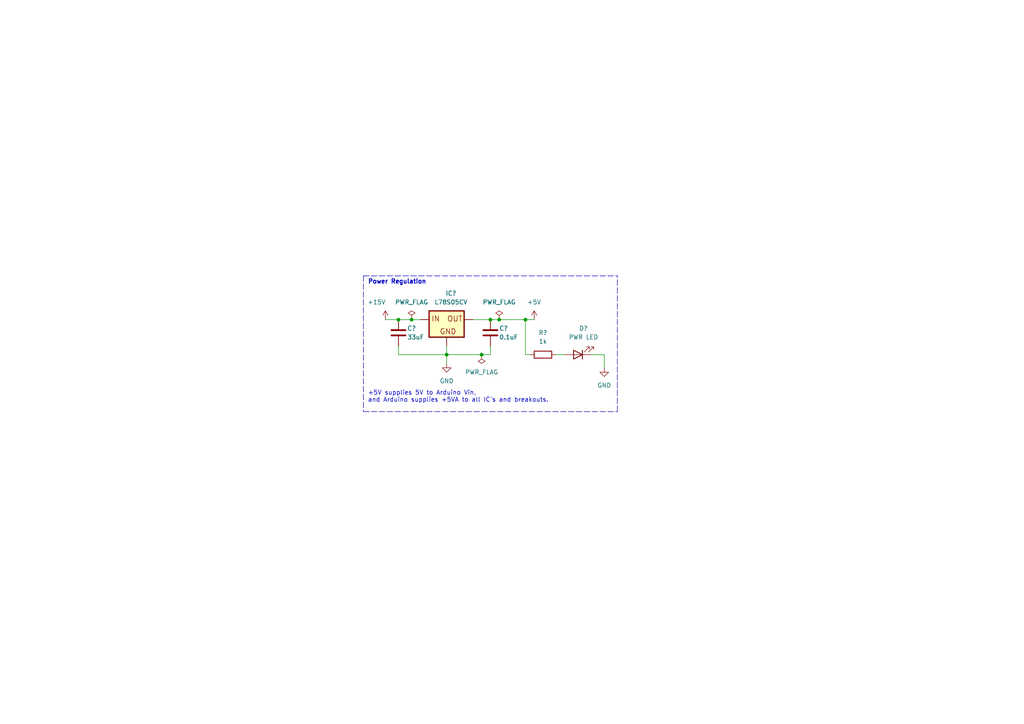
<source format=kicad_sch>
(kicad_sch (version 20211123) (generator eeschema)
  (paper "A4")
  (lib_symbols
    (symbol "Device:C" (pin_numbers hide) (pin_names (offset 0.254))
      (property "Reference" "C" (at 0.635 2.54 0))
      (property "Value" "C" (at 0.635 -2.54 0))
      (symbol "C_0_1"
        (polyline (pts (xy -2.032 -0.762) (xy 2.032 -0.762)) (stroke (width 0.508)))
        (polyline (pts (xy -2.032 0.762) (xy 2.032 0.762)) (stroke (width 0.508)))
      )
      (symbol "C_1_1"
        (pin passive line (at 0 3.81 270) (length 2.794) (name "~") (number "1"))
        (pin passive line (at 0 -3.81 90) (length 2.794) (name "~") (number "2"))
      )
    )
    (symbol "Device:LED" (pin_numbers hide) (pin_names (offset 1.016) hide)
      (property "Reference" "D" (at 0 2.54 0))
      (property "Value" "LED" (at 0 -2.54 0))
      (symbol "LED_0_1"
        (polyline (pts (xy -1.27 -1.27) (xy -1.27 1.27)) (stroke (width 0.254)))
        (polyline (pts (xy -1.27 0) (xy 1.27 0)))
        (polyline (pts (xy 1.27 -1.27) (xy 1.27 1.27) (xy -1.27 0) (xy 1.27 -1.27)) (stroke (width 0.254)))
        (polyline (pts (xy -3.048 -0.762) (xy -4.572 -2.286) (xy -3.81 -2.286) (xy -4.572 -2.286) (xy -4.572 -1.524)))
        (polyline (pts (xy -1.778 -0.762) (xy -3.302 -2.286) (xy -2.54 -2.286) (xy -3.302 -2.286) (xy -3.302 -1.524)))
      )
      (symbol "LED_1_1"
        (pin passive line (at -3.81 0 0) (length 2.54) (name "K") (number "1"))
        (pin passive line (at 3.81 0 180) (length 2.54) (name "A") (number "2"))
      )
    )
    (symbol "Device:R" (pin_numbers hide) (pin_names (offset 0))
      (property "Reference" "R" (at 2.032 0 90))
      (property "Value" "R" (at 0 0 90))
      (symbol "R_0_1"
        (rectangle (start -1.016 -2.54) (end 1.016 2.54) (stroke (width 0.254)))
      )
      (symbol "R_1_1"
        (pin passive line (at 0 3.81 270) (length 1.27) (name "~") (number "1"))
        (pin passive line (at 0 -3.81 90) (length 1.27) (name "~") (number "2"))
      )
    )
    (symbol "L78S05CV:L78S05CV" (pin_numbers hide) (pin_names (offset 1.016) hide)
      (property "Reference" "IC" (at 2.54 -7.62 0))
      (property "Value" "L78S05CV" (at 2.54 -10.16 0))
      (symbol "L78S05CV_0_0"
        (rectangle (start -5.08 -5.08) (end 5.08 2.54) (stroke (width 0.4064)) (fill (type background)))
        (text "GND" (at -2.032 -4.318 0) (effects (font (size 1.524 1.524)) (justify left bottom)))
        (text "IN" (at -4.445 -0.635 0) (effects (font (size 1.524 1.524)) (justify left bottom)))
        (text "OUT" (at 0.127 -0.635 0) (effects (font (size 1.524 1.524)) (justify left bottom)))
        (pin input line (at -7.62 0 0) (length 2.54) (name "~") (number "1"))
        (pin input line (at 0 -7.62 90) (length 2.54) (name "~") (number "2"))
        (pin passive line (at 7.62 0 180) (length 2.54) (name "~") (number "3"))
      )
    )
    (symbol "power:+15V" (power) (pin_names (offset 0))
      (property "Value" "+15V" (at 0 3.556 0))
      (symbol "+15V_0_1"
        (polyline (pts (xy -0.762 1.27) (xy 0 2.54)))
        (polyline (pts (xy 0 0) (xy 0 2.54)))
        (polyline (pts (xy 0 2.54) (xy 0.762 1.27)))
      )
      (symbol "+15V_1_1"
        (pin power_in line (at 0 0 90) (length 0) hide (name "+15V") (number "1"))
      )
    )
    (symbol "power:+5V" (power) (pin_names (offset 0))
      (property "Value" "+5V" (at 0 3.556 0))
      (symbol "+5V_0_1"
        (polyline (pts (xy -0.762 1.27) (xy 0 2.54)))
        (polyline (pts (xy 0 0) (xy 0 2.54)))
        (polyline (pts (xy 0 2.54) (xy 0.762 1.27)))
      )
      (symbol "+5V_1_1"
        (pin power_in line (at 0 0 90) (length 0) hide (name "+5V") (number "1"))
      )
    )
    (symbol "power:GND" (power) (pin_names (offset 0))
      (property "Value" "GND" (at 0 -3.81 0))
      (symbol "GND_0_1"
        (polyline (pts (xy 0 0) (xy 0 -1.27) (xy 1.27 -1.27) (xy 0 -2.54) (xy -1.27 -1.27) (xy 0 -1.27)))
      )
      (symbol "GND_1_1"
        (pin power_in line (at 0 0 270) (length 0) hide (name "GND") (number "1"))
      )
    )
    (symbol "power:PWR_FLAG" (power) (pin_numbers hide) (pin_names (offset 0) hide)
      (property "Value" "PWR_FLAG" (at 0 3.81 0))
      (symbol "PWR_FLAG_0_0"
        (pin power_out line (at 0 0 90) (length 0) (name "pwr") (number "1"))
      )
      (symbol "PWR_FLAG_0_1"
        (polyline (pts (xy 0 0) (xy 0 1.27) (xy -1.016 1.905) (xy 0 2.54) (xy 1.016 1.905) (xy 0 1.27)))
      )
    )
  )
  (junction (at 144.78 92.71))
  (junction (at 142.24 92.71))
  (junction (at 152.4 92.71))
  (junction (at 119.38 92.71))
  (junction (at 129.54 102.87))
  (junction (at 139.7 102.87))
  (junction (at 115.57 92.71))
  (wire (pts (xy 129.54 102.87) (xy 139.7 102.87)))
  (wire (pts (xy 142.24 102.87) (xy 142.24 100.33)))
  (wire (pts (xy 115.57 100.33) (xy 115.57 102.87)))
  (polyline (pts (xy 179.07 119.38) (xy 179.07 80.01)))
  (wire (pts (xy 175.26 102.87) (xy 171.45 102.87)))
  (wire (pts (xy 129.54 102.87) (xy 129.54 105.41)))
  (wire (pts (xy 175.26 106.68) (xy 175.26 102.87)))
  (polyline (pts (xy 105.41 80.01) (xy 105.41 119.38)))
  (wire (pts (xy 153.67 102.87) (xy 152.4 102.87)))
  (wire (pts (xy 144.78 92.71) (xy 152.4 92.71)))
  (polyline (pts (xy 105.41 80.01) (xy 179.07 80.01)))
  (wire (pts (xy 129.54 100.33) (xy 129.54 102.87)))
  (polyline (pts (xy 105.41 119.38) (xy 179.07 119.38)))
  (wire (pts (xy 115.57 92.71) (xy 119.38 92.71)))
  (wire (pts (xy 137.16 92.71) (xy 142.24 92.71)))
  (wire (pts (xy 142.24 92.71) (xy 144.78 92.71)))
  (wire (pts (xy 161.29 102.87) (xy 163.83 102.87)))
  (wire (pts (xy 152.4 92.71) (xy 152.4 102.87)))
  (wire (pts (xy 119.38 92.71) (xy 121.92 92.71)))
  (wire (pts (xy 111.76 92.71) (xy 115.57 92.71)))
  (wire (pts (xy 115.57 102.87) (xy 129.54 102.87)))
  (wire (pts (xy 152.4 92.71) (xy 154.94 92.71)))
  (wire (pts (xy 139.7 102.87) (xy 142.24 102.87)))
  (text "Power Regulation" (at 106.68 82.55 0) (effects (font (size 1.27 1.27) (thickness 0.254) bold) (justify left bottom)))
  (text "+5V supplies 5V to Arduino Vin,\nand Arduino supplies +5VA to all IC's and breakouts." (at 106.68 116.84 0) (effects (font (size 1.27 1.27)) (justify left bottom)))
  (symbol (lib_id "Device:R") (at 157.48 102.87 90) (unit 1)
    (property "Reference" "R?" (at 157.48 96.52 90))
    (property "Value" "1k" (at 157.48 99.06 90))
    (property "Footprint" "Resistor_THT:R_Axial_DIN0207_L6.3mm_D2.5mm_P10.16mm_Horizontal" (effects hide))
  )
  (symbol (lib_id "power:GND") (at 175.26 106.68 0) (unit 1)
    (property "Reference" "#PWR?" (effects hide))
    (property "Value" "GND" (at 175.26 111.76 0))
  )
  (symbol (lib_id "power:GND") (at 129.54 105.41 0) (unit 1)
    (property "Reference" "#PWR?" (effects hide))
    (property "Value" "GND" (at 129.54 110.49 0))
  )
  (symbol (lib_id "L78S05CV:L78S05CV") (at 129.54 92.71 0) (unit 1)
    (property "Reference" "IC?" (at 130.81 85.09 0))
    (property "Value" "L78S05CV" (at 130.81 87.63 0))
    (property "Footprint" "libraries:L78S05CV" (effects hide))
    (property "VOUT" "5.0 V" (effects hide))
    (property "VIN-MAX" "35.0 V" (effects hide))
    (property "VIN-MIN" "8.0 V" (effects hide))
    (property "MANUFACTURER" "St Microelectronics" (effects hide))
    (property "CURRENT" "2.0 A" (effects hide))
    (property "PACKAGE" "TO-220" (effects hide))
    (property "TME" "L78S05CV" (effects hide))
  )
  (symbol (lib_id "power:PWR_FLAG") (at 119.38 92.71 0) (unit 1)
    (property "Reference" "#FLG?" (effects hide))
    (property "Value" "PWR_FLAG" (at 119.38 87.63 0))
  )
  (symbol (lib_id "power:PWR_FLAG") (at 144.78 92.71 0) (unit 1)
    (property "Reference" "#FLG?" (effects hide))
    (property "Value" "PWR_FLAG" (at 144.78 87.63 0))
  )
  (symbol (lib_id "power:+15V") (at 111.76 92.71 0) (unit 1)
    (property "Reference" "#PWR?" (effects hide))
    (property "Value" "+15V" (at 109.22 87.63 0))
  )
  (symbol (lib_id "Device:C") (at 142.24 96.52 0) (unit 1)
    (property "Reference" "C?" (at 144.78 95.25 0) (effects (justify left)))
    (property "Value" "0.1uF" (at 144.78 97.79 0) (effects (justify left)))
    (property "Footprint" "Capacitor_THT:CP_Radial_D5.0mm_P2.50mm" (effects hide))
  )
  (symbol (lib_id "power:+5V") (at 154.94 92.71 0) (unit 1)
    (property "Reference" "#PWR?" (effects hide))
    (property "Value" "+5V" (at 154.94 87.63 0))
  )
  (symbol (lib_id "Device:C") (at 115.57 96.52 0) (unit 1)
    (property "Reference" "C?" (at 118.11 95.25 0) (effects (justify left)))
    (property "Value" "33uF" (at 118.11 97.79 0) (effects (justify left)))
    (property "Footprint" "Capacitor_THT:CP_Radial_D6.3mm_P2.50mm" (effects hide))
  )
  (symbol (lib_id "power:PWR_FLAG") (at 139.7 102.87 180) (unit 1)
    (property "Reference" "#FLG?" (effects hide))
    (property "Value" "PWR_FLAG" (at 139.7 107.95 0))
  )
  (symbol (lib_id "Device:LED") (at 167.64 102.87 180) (unit 1)
    (property "Reference" "D?" (at 169.2275 95.25 0))
    (property "Value" "PWR LED" (at 169.2275 97.79 0))
    (property "Footprint" "LED_THT:LED_D5.0mm" (effects hide))
  )
)
</source>
